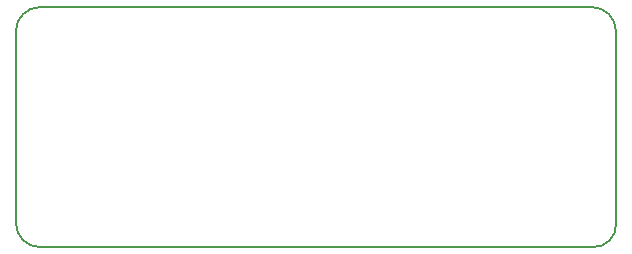
<source format=gbr>
G04 #@! TF.GenerationSoftware,KiCad,Pcbnew,6.0.4-6f826c9f35~116~ubuntu20.04.1*
G04 #@! TF.CreationDate,2022-05-16T14:00:24-07:00*
G04 #@! TF.ProjectId,ethernet-pmod,65746865-726e-4657-942d-706d6f642e6b,1.0*
G04 #@! TF.SameCoordinates,Original*
G04 #@! TF.FileFunction,Profile,NP*
%FSLAX46Y46*%
G04 Gerber Fmt 4.6, Leading zero omitted, Abs format (unit mm)*
G04 Created by KiCad (PCBNEW 6.0.4-6f826c9f35~116~ubuntu20.04.1) date 2022-05-16 14:00:24*
%MOMM*%
%LPD*%
G01*
G04 APERTURE LIST*
G04 #@! TA.AperFunction,Profile*
%ADD10C,0.150000*%
G04 #@! TD*
G04 APERTURE END LIST*
D10*
X101600000Y-55372000D02*
G75*
G03*
X99568000Y-53340000I-2032000J0D01*
G01*
X52832000Y-53340000D02*
G75*
G03*
X50800000Y-55372000I0J-2032000D01*
G01*
X50800000Y-71628000D02*
G75*
G03*
X52832000Y-73660000I2032000J0D01*
G01*
X99655159Y-73660000D02*
G75*
G03*
X101600000Y-71715159I81704J1863137D01*
G01*
X99655159Y-73660000D02*
X52832000Y-73660000D01*
X101600000Y-55372000D02*
X101600000Y-71715159D01*
X52832000Y-53340000D02*
X99568000Y-53340000D01*
X50800000Y-71628000D02*
X50800000Y-55372000D01*
M02*

</source>
